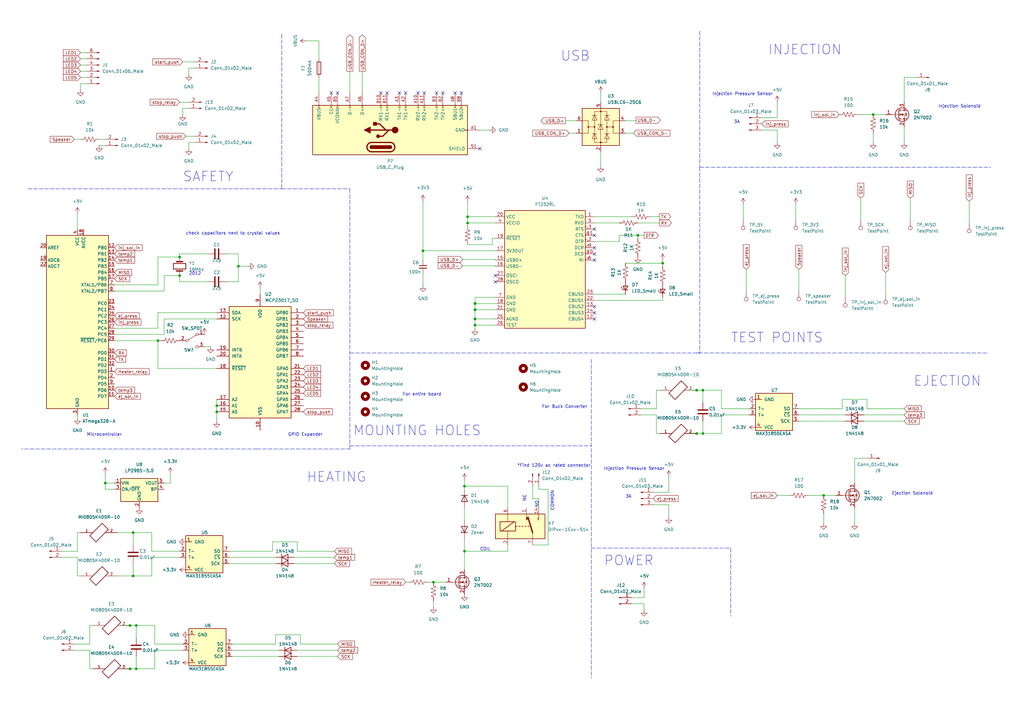
<source format=kicad_sch>
(kicad_sch (version 20211123) (generator eeschema)
  (paper "A3")
  (junction (at 54.61 218.44))
  (junction (at 53.34 274.32))
  (junction (at 190.5 199.39))
  (junction (at 337.82 203.2))
  (junction (at 55.88 274.32))
  (junction (at 43.18 198.12))
  (junction (at 194.818 130.81))
  (junction (at 73.66 113.03))
  (junction (at 97.79 109.22))
  (junction (at 177.8 238.76))
  (junction (at 261.62 96.52))
  (junction (at 271.78 107.95))
  (junction (at 358.14 46.99))
  (junction (at 55.88 256.54))
  (junction (at 194.818 133.35))
  (junction (at 88.9 166.37))
  (junction (at 288.29 160.02))
  (junction (at 190.5 226.06))
  (junction (at 194.8265 127.0555))
  (junction (at 288.29 177.8))
  (junction (at 54.61 236.22))
  (junction (at 73.66 105.41))
  (junction (at 191.77 88.9))
  (junction (at 53.34 256.54))
  (junction (at 64.77 139.7))
  (junction (at 194.8265 124.5155))
  (junction (at 285.75 177.8))
  (junction (at 191.77 91.44))
  (junction (at 194.818 124.46))
  (junction (at 285.75 160.02))
  (junction (at 173.482 102.87))
  (junction (at 88.9 168.91))
  (junction (at 194.818 127))
  (no_connect (at 158.75 38.1))
  (no_connect (at 243.84 125.73))
  (no_connect (at 203.2 113.03))
  (no_connect (at 186.69 38.1))
  (no_connect (at 171.45 38.1))
  (no_connect (at 243.84 93.98))
  (no_connect (at 138.43 38.1))
  (no_connect (at 173.99 38.1))
  (no_connect (at 243.84 101.6))
  (no_connect (at 203.2 115.57))
  (no_connect (at 243.84 130.81))
  (no_connect (at 166.37 38.1))
  (no_connect (at 243.84 104.14))
  (no_connect (at 243.84 128.27))
  (no_connect (at 243.84 96.52))
  (no_connect (at 189.23 38.1))
  (no_connect (at 156.21 38.1))
  (no_connect (at 163.83 38.1))
  (no_connect (at 179.07 38.1))
  (no_connect (at 196.85 60.96))
  (no_connect (at 181.61 38.1))
  (no_connect (at 135.89 38.1))
  (no_connect (at 243.84 106.68))
  (wire (pts (xy 66.04 139.7) (xy 64.77 139.7)))
  (wire (pts (xy 208.28 226.06) (xy 208.28 223.52)))
  (wire (pts (xy 123.19 264.16) (xy 138.43 264.16)))
  (wire (pts (xy 194.8265 124.5155) (xy 203.2085 124.5155)))
  (wire (pts (xy 43.18 194.31) (xy 43.18 198.12)))
  (polyline (pts (xy 270.51 144.78) (xy 405.13 144.78)))
  (wire (pts (xy 189.738 106.426) (xy 203.2 106.426)))
  (wire (pts (xy 62.23 226.06) (xy 73.66 226.06)))
  (wire (pts (xy 113.03 260.35) (xy 123.19 260.35)))
  (wire (pts (xy 262.89 167.64) (xy 269.24 167.64)))
  (wire (pts (xy 295.91 160.02) (xy 288.29 160.02)))
  (wire (pts (xy 88.9 166.37) (xy 88.9 168.91)))
  (wire (pts (xy 67.31 113.03) (xy 67.31 119.38)))
  (wire (pts (xy 288.29 177.8) (xy 288.29 172.72)))
  (wire (pts (xy 177.8 238.76) (xy 182.88 238.76)))
  (wire (pts (xy 67.31 130.81) (xy 67.31 137.16)))
  (polyline (pts (xy 287.02 144.78) (xy 285.75 144.78)))
  (wire (pts (xy 191.77 91.44) (xy 203.2 91.44)))
  (wire (pts (xy 43.18 200.66) (xy 46.99 200.66)))
  (wire (pts (xy 267.97 207.01) (xy 274.32 207.01)))
  (wire (pts (xy 80.01 58.42) (xy 77.47 58.42)))
  (polyline (pts (xy 105.41 184.15) (xy 143.51 184.15)))
  (wire (pts (xy 74.93 44.45) (xy 74.93 46.99)))
  (wire (pts (xy 93.98 231.14) (xy 113.03 231.14)))
  (wire (pts (xy 264.16 241.3) (xy 264.16 245.11)))
  (wire (pts (xy 327.66 170.18) (xy 346.71 170.18)))
  (wire (pts (xy 143.51 29.21) (xy 143.51 38.1)))
  (wire (pts (xy 33.02 21.59) (xy 35.56 21.59)))
  (wire (pts (xy 148.59 29.21) (xy 148.59 38.1)))
  (wire (pts (xy 77.47 58.42) (xy 77.47 60.96)))
  (wire (pts (xy 224.79 200.66) (xy 224.79 223.52)))
  (wire (pts (xy 123.19 260.35) (xy 123.19 264.16)))
  (wire (pts (xy 25.4 228.6) (xy 31.75 228.6)))
  (wire (pts (xy 97.79 109.22) (xy 97.79 104.14)))
  (polyline (pts (xy 105.41 184.15) (xy 8.89 184.15)))
  (wire (pts (xy 243.84 91.44) (xy 254 91.44)))
  (wire (pts (xy 64.77 105.41) (xy 64.77 116.84)))
  (polyline (pts (xy 105.41 77.47) (xy 115.57 77.47)))
  (wire (pts (xy 190.5 208.28) (xy 190.5 213.36)))
  (wire (pts (xy 194.818 130.81) (xy 203.2 130.81)))
  (wire (pts (xy 271.78 123.19) (xy 271.78 121.92)))
  (wire (pts (xy 191.77 91.44) (xy 191.77 92.71)))
  (wire (pts (xy 194.818 127) (xy 194.818 130.81)))
  (wire (pts (xy 33.02 31.75) (xy 35.56 31.75)))
  (polyline (pts (xy 115.57 77.47) (xy 143.51 77.47)))
  (wire (pts (xy 194.818 133.35) (xy 194.818 130.81)))
  (wire (pts (xy 175.26 238.76) (xy 177.8 238.76)))
  (wire (pts (xy 173.482 82.55) (xy 173.482 102.87)))
  (wire (pts (xy 256.54 54.61) (xy 259.842 54.61)))
  (wire (pts (xy 190.5 226.06) (xy 208.28 226.06)))
  (wire (pts (xy 191.77 100.33) (xy 201.93 100.33)))
  (wire (pts (xy 312.42 53.34) (xy 318.77 53.34)))
  (wire (pts (xy 62.23 218.44) (xy 54.61 218.44)))
  (wire (pts (xy 49.53 256.54) (xy 53.34 256.54)))
  (wire (pts (xy 130.81 24.13) (xy 130.81 16.764)))
  (wire (pts (xy 354.33 172.72) (xy 370.84 172.72)))
  (polyline (pts (xy 287.02 12.7) (xy 287.02 68.58)))
  (wire (pts (xy 220.98 200.66) (xy 224.79 200.66)))
  (wire (pts (xy 243.84 88.9) (xy 259.08 88.9)))
  (wire (pts (xy 196.85 53.34) (xy 200.66 53.34)))
  (wire (pts (xy 326.39 83.82) (xy 326.39 90.17)))
  (polyline (pts (xy 242.57 224.79) (xy 299.72 224.79)))
  (wire (pts (xy 355.6 163.83) (xy 355.6 167.64)))
  (wire (pts (xy 92.71 115.57) (xy 97.79 115.57)))
  (wire (pts (xy 101.6 109.22) (xy 97.79 109.22)))
  (wire (pts (xy 246.38 38.1) (xy 246.38 41.91)))
  (wire (pts (xy 54.61 218.44) (xy 54.61 223.52)))
  (wire (pts (xy 363.22 111.76) (xy 363.22 120.65)))
  (wire (pts (xy 254 96.52) (xy 261.62 96.52)))
  (polyline (pts (xy 143.51 77.47) (xy 143.51 184.15)))
  (wire (pts (xy 218.44 204.47) (xy 220.98 204.47)))
  (wire (pts (xy 43.18 198.12) (xy 43.18 200.66)))
  (wire (pts (xy 264.16 247.65) (xy 264.16 250.19)))
  (wire (pts (xy 190.5 196.85) (xy 190.5 199.39)))
  (wire (pts (xy 306.07 110.49) (xy 306.07 119.38)))
  (wire (pts (xy 190.5 226.06) (xy 190.5 233.68)))
  (wire (pts (xy 121.92 226.06) (xy 137.16 226.06)))
  (wire (pts (xy 269.24 167.64) (xy 269.24 160.02)))
  (polyline (pts (xy 287.02 68.58) (xy 287.02 144.78)))
  (wire (pts (xy 271.78 107.95) (xy 271.78 109.22)))
  (wire (pts (xy 350.52 187.96) (xy 355.6 187.96)))
  (wire (pts (xy 63.5 266.7) (xy 74.93 266.7)))
  (wire (pts (xy 95.25 266.7) (xy 114.3 266.7)))
  (wire (pts (xy 67.31 137.16) (xy 46.99 137.16)))
  (wire (pts (xy 40.64 57.15) (xy 43.18 57.15)))
  (wire (pts (xy 97.79 104.14) (xy 92.71 104.14)))
  (wire (pts (xy 254 99.06) (xy 254 96.52)))
  (wire (pts (xy 327.66 167.64) (xy 345.44 167.64)))
  (wire (pts (xy 274.32 207.01) (xy 274.32 212.09)))
  (wire (pts (xy 190.5 220.98) (xy 190.5 226.06)))
  (wire (pts (xy 304.8 83.82) (xy 304.8 90.17)))
  (wire (pts (xy 25.4 226.06) (xy 31.75 226.06)))
  (wire (pts (xy 33.02 29.21) (xy 35.56 29.21)))
  (wire (pts (xy 259.08 247.65) (xy 264.16 247.65)))
  (wire (pts (xy 30.48 266.7) (xy 36.83 266.7)))
  (wire (pts (xy 48.26 236.22) (xy 54.61 236.22)))
  (wire (pts (xy 350.52 198.12) (xy 350.52 187.96)))
  (wire (pts (xy 194.8265 127.0555) (xy 203.2085 127.0555)))
  (wire (pts (xy 295.91 160.02) (xy 295.91 167.64)))
  (wire (pts (xy 208.28 199.39) (xy 208.28 208.28)))
  (wire (pts (xy 350.52 208.28) (xy 350.52 214.63)))
  (wire (pts (xy 46.99 116.84) (xy 64.77 116.84)))
  (wire (pts (xy 63.5 274.32) (xy 63.5 266.7)))
  (polyline (pts (xy 287.02 68.58) (xy 406.4 68.58)))
  (wire (pts (xy 337.82 210.82) (xy 337.82 214.63)))
  (wire (pts (xy 358.14 46.99) (xy 363.22 46.99)))
  (wire (pts (xy 261.62 96.52) (xy 264.16 96.52)))
  (wire (pts (xy 69.85 194.31) (xy 69.85 198.12)))
  (wire (pts (xy 285.75 177.8) (xy 288.29 177.8)))
  (wire (pts (xy 194.818 133.35) (xy 203.2 133.35)))
  (wire (pts (xy 36.83 274.32) (xy 38.1 274.32)))
  (wire (pts (xy 31.75 228.6) (xy 31.75 236.22)))
  (wire (pts (xy 370.84 31.75) (xy 375.92 31.75)))
  (wire (pts (xy 373.38 81.28) (xy 373.38 90.17)))
  (wire (pts (xy 97.79 115.57) (xy 97.79 109.22)))
  (wire (pts (xy 261.62 91.44) (xy 270.51 91.44)))
  (wire (pts (xy 194.818 124.46) (xy 194.818 127)))
  (wire (pts (xy 327.66 110.49) (xy 327.66 119.38)))
  (wire (pts (xy 67.31 113.03) (xy 73.66 113.03)))
  (wire (pts (xy 93.98 228.6) (xy 113.03 228.6)))
  (wire (pts (xy 31.75 226.06) (xy 31.75 218.44)))
  (wire (pts (xy 88.9 130.81) (xy 67.31 130.81)))
  (wire (pts (xy 312.42 48.26) (xy 318.77 48.26)))
  (wire (pts (xy 31.75 236.22) (xy 33.02 236.22)))
  (wire (pts (xy 345.44 167.64) (xy 345.44 163.83)))
  (wire (pts (xy 166.37 238.76) (xy 167.64 238.76)))
  (wire (pts (xy 30.48 57.15) (xy 33.02 57.15)))
  (wire (pts (xy 354.33 170.18) (xy 370.84 170.18)))
  (wire (pts (xy 266.7 88.9) (xy 270.51 88.9)))
  (wire (pts (xy 48.26 218.44) (xy 54.61 218.44)))
  (wire (pts (xy 30.48 264.16) (xy 36.83 264.16)))
  (polyline (pts (xy 242.57 147.32) (xy 242.57 278.13)))
  (wire (pts (xy 203.2085 121.9755) (xy 194.8265 121.9755)))
  (polyline (pts (xy 11.43 77.47) (xy 105.41 77.47)))
  (wire (pts (xy 111.76 226.06) (xy 111.76 222.25)))
  (wire (pts (xy 49.53 274.32) (xy 53.34 274.32)))
  (wire (pts (xy 191.77 82.804) (xy 191.77 88.9)))
  (wire (pts (xy 111.76 222.25) (xy 121.92 222.25)))
  (wire (pts (xy 233.426 54.61) (xy 236.22 54.61)))
  (wire (pts (xy 203.2 106.426) (xy 203.2 106.68)))
  (wire (pts (xy 95.25 269.24) (xy 114.3 269.24)))
  (wire (pts (xy 269.24 170.18) (xy 269.24 177.8)))
  (wire (pts (xy 120.65 228.6) (xy 137.16 228.6)))
  (wire (pts (xy 55.88 274.32) (xy 55.88 269.24)))
  (polyline (pts (xy 299.72 224.79) (xy 299.72 252.73)))
  (wire (pts (xy 33.02 24.13) (xy 35.56 24.13)))
  (polyline (pts (xy 143.51 144.78) (xy 270.51 144.78)))
  (wire (pts (xy 77.47 44.45) (xy 74.93 44.45)))
  (wire (pts (xy 281.94 160.02) (xy 285.75 160.02)))
  (wire (pts (xy 88.9 168.91) (xy 88.9 172.72)))
  (wire (pts (xy 191.77 88.9) (xy 191.77 91.44)))
  (wire (pts (xy 337.82 203.2) (xy 342.9 203.2)))
  (wire (pts (xy 31.75 87.63) (xy 31.75 93.98)))
  (wire (pts (xy 76.2 55.88) (xy 80.01 55.88)))
  (wire (pts (xy 62.23 236.22) (xy 62.23 228.6)))
  (wire (pts (xy 318.77 53.34) (xy 318.77 58.42)))
  (polyline (pts (xy 143.51 182.88) (xy 242.57 182.88)))
  (wire (pts (xy 31.75 171.45) (xy 31.75 170.18)))
  (wire (pts (xy 33.02 34.29) (xy 33.02 36.83)))
  (wire (pts (xy 262.89 170.18) (xy 269.24 170.18)))
  (wire (pts (xy 355.6 167.64) (xy 370.84 167.64)))
  (wire (pts (xy 269.24 160.02) (xy 270.51 160.02)))
  (wire (pts (xy 281.94 177.8) (xy 285.75 177.8)))
  (wire (pts (xy 261.62 96.52) (xy 261.62 97.79)))
  (wire (pts (xy 269.24 177.8) (xy 270.51 177.8)))
  (wire (pts (xy 46.99 139.7) (xy 64.77 139.7)))
  (wire (pts (xy 106.68 118.11) (xy 106.68 120.65)))
  (wire (pts (xy 73.66 113.03) (xy 73.66 115.57)))
  (wire (pts (xy 194.8265 121.9755) (xy 194.818 124.46)))
  (wire (pts (xy 88.9 128.27) (xy 64.77 128.27)))
  (wire (pts (xy 95.25 264.16) (xy 113.03 264.16)))
  (wire (pts (xy 63.5 264.16) (xy 74.93 264.16)))
  (wire (pts (xy 35.56 34.29) (xy 33.02 34.29)))
  (wire (pts (xy 62.23 228.6) (xy 73.66 228.6)))
  (wire (pts (xy 64.77 151.13) (xy 88.9 151.13)))
  (wire (pts (xy 36.83 266.7) (xy 36.83 274.32)))
  (wire (pts (xy 327.66 172.72) (xy 346.71 172.72)))
  (wire (pts (xy 86.36 142.24) (xy 83.82 142.24)))
  (wire (pts (xy 203.2 108.966) (xy 203.2 109.22)))
  (wire (pts (xy 345.44 163.83) (xy 355.6 163.83)))
  (wire (pts (xy 243.84 99.06) (xy 254 99.06)))
  (wire (pts (xy 397.51 82.55) (xy 397.51 91.44)))
  (wire (pts (xy 85.09 104.14) (xy 73.66 104.14)))
  (wire (pts (xy 173.482 112.014) (xy 173.482 117.094)))
  (wire (pts (xy 256.54 49.53) (xy 260.858 49.53)))
  (wire (pts (xy 358.14 54.61) (xy 358.14 58.42)))
  (wire (pts (xy 173.482 102.87) (xy 173.482 106.934)))
  (wire (pts (xy 63.5 256.54) (xy 55.88 256.54)))
  (wire (pts (xy 351.79 46.99) (xy 358.14 46.99)))
  (wire (pts (xy 69.85 198.12) (xy 67.31 198.12)))
  (wire (pts (xy 36.83 264.16) (xy 36.83 256.54)))
  (wire (pts (xy 64.77 105.41) (xy 73.66 105.41)))
  (wire (pts (xy 260.858 49.53) (xy 260.858 49.276)))
  (wire (pts (xy 259.08 245.11) (xy 264.16 245.11)))
  (wire (pts (xy 194.8265 127.0555) (xy 194.818 127)))
  (wire (pts (xy 33.02 26.67) (xy 35.56 26.67)))
  (wire (pts (xy 64.77 151.13) (xy 64.77 139.7)))
  (wire (pts (xy 243.84 120.65) (xy 256.54 120.65)))
  (wire (pts (xy 220.98 204.47) (xy 220.98 208.28)))
  (wire (pts (xy 231.902 49.53) (xy 236.22 49.53)))
  (wire (pts (xy 80.01 27.94) (xy 77.47 27.94)))
  (wire (pts (xy 64.77 134.62) (xy 46.99 134.62)))
  (wire (pts (xy 63.5 256.54) (xy 63.5 264.16)))
  (wire (pts (xy 40.64 59.69) (xy 43.18 59.69)))
  (wire (pts (xy 190.5 199.39) (xy 190.5 200.66)))
  (wire (pts (xy 201.93 97.79) (xy 203.2 97.79)))
  (wire (pts (xy 77.47 27.94) (xy 77.47 30.48)))
  (wire (pts (xy 346.71 113.03) (xy 346.71 121.92)))
  (wire (pts (xy 194.8265 124.5155) (xy 194.818 124.46)))
  (wire (pts (xy 73.66 41.91) (xy 77.47 41.91)))
  (wire (pts (xy 274.32 195.58) (xy 274.32 201.93)))
  (wire (pts (xy 194.818 134.874) (xy 194.818 133.35)))
  (wire (pts (xy 53.34 256.54) (xy 55.88 256.54)))
  (wire (pts (xy 295.91 170.18) (xy 307.34 170.18)))
  (wire (pts (xy 271.78 106.68) (xy 271.78 107.95)))
  (wire (pts (xy 113.03 264.16) (xy 113.03 260.35)))
  (wire (pts (xy 246.38 62.23) (xy 246.38 68.072)))
  (wire (pts (xy 177.8 246.38) (xy 177.8 248.92)))
  (wire (pts (xy 73.66 115.57) (xy 85.09 115.57)))
  (wire (pts (xy 36.83 256.54) (xy 38.1 256.54)))
  (wire (pts (xy 288.29 160.02) (xy 288.29 165.1)))
  (wire (pts (xy 243.84 123.19) (xy 271.78 123.19)))
  (wire (pts (xy 173.482 102.87) (xy 203.2 102.87)))
  (wire (pts (xy 370.84 52.07) (xy 370.84 58.42)))
  (wire (pts (xy 318.77 203.2) (xy 323.85 203.2)))
  (wire (pts (xy 267.97 201.93) (xy 274.32 201.93)))
  (wire (pts (xy 130.81 16.764) (xy 125.73 16.764)))
  (wire (pts (xy 62.23 236.22) (xy 54.61 236.22)))
  (wire (pts (xy 130.81 38.1) (xy 130.81 31.75)))
  (wire (pts (xy 208.28 199.39) (xy 190.5 199.39)))
  (wire (pts (xy 201.93 100.33) (xy 201.93 97.79)))
  (wire (pts (xy 64.77 128.27) (xy 64.77 134.62)))
  (wire (pts (xy 73.66 104.14) (xy 73.66 105.41)))
  (wire (pts (xy 121.92 269.24) (xy 138.43 269.24)))
  (wire (pts (xy 189.738 108.966) (xy 203.2 108.966)))
  (wire (pts (xy 353.06 81.28) (xy 353.06 90.17)))
  (wire (pts (xy 121.92 222.25) (xy 121.92 226.06)))
  (wire (pts (xy 88.9 163.83) (xy 88.9 166.37)))
  (wire (pts (xy 67.31 119.38) (xy 46.99 119.38)))
  (wire (pts (xy 295.91 167.64) (xy 307.34 167.64)))
  (wire (pts (xy 318.77 41.91) (xy 318.77 48.26)))
  (wire (pts (xy 224.79 223.52) (xy 218.44 223.52)))
  (wire (pts (xy 43.18 198.12) (xy 46.99 198.12)))
  (polyline (pts (xy 115.57 13.97) (xy 115.57 77.47)))
  (wire (pts (xy 295.91 177.8) (xy 295.91 170.18)))
  (wire (pts (xy 285.75 160.02) (xy 288.29 160.02)))
  (wire (pts (xy 121.92 266.7) (xy 138.43 266.7)))
  (wire (pts (xy 93.98 226.06) (xy 111.76 226.06)))
  (wire (pts (xy 54.61 236.22) (xy 54.61 231.14)))
  (wire (pts (xy 331.47 203.2) (xy 337.82 203.2)))
  (wire (pts (xy 63.5 274.32) (xy 55.88 274.32)))
  (wire (pts (xy 220.98 199.39) (xy 220.98 200.66)))
  (wire (pts (xy 62.23 218.44) (xy 62.23 226.06)))
  (wire (pts (xy 53.34 274.32) (xy 55.88 274.32)))
  (wire (pts (xy 256.54 107.95) (xy 271.78 107.95)))
  (wire (pts (xy 370.84 41.91) (xy 370.84 31.75)))
  (wire (pts (xy 191.77 88.9) (xy 203.2 88.9)))
  (wire (pts (xy 55.88 256.54) (xy 55.88 261.62)))
  (wire (pts (xy 120.65 231.14) (xy 137.16 231.14)))
  (wire (pts (xy 218.44 199.39) (xy 218.44 204.47)))
  (wire (pts (xy 31.75 218.44) (xy 33.02 218.44)))
  (wire (pts (xy 80.01 25.4) (xy 74.93 25.4)))
  (wire (pts (xy 295.91 177.8) (xy 288.29 177.8)))
  (text "INJECTION" (at 314.96 22.86 0) (effects (font (size 4 4)) (justify left bottom)))
  (text "COMMON" (at 227.33 209.55 90) (effects (font (size 1.27 1.27)) (justify left bottom)))
  (text "Ejection Solenoid\n" (at 365.76 203.2 0) (effects (font (size 1.27 1.27)) (justify left bottom)))
  (text "MOUNTING HOLES" (at 144.78 179.07 0) (effects (font (size 4 4)) (justify left bottom)))
  (text "USB" (at 229.87 25.4 0) (effects (font (size 4 4)) (justify left bottom)))
  (text "Injection Pressure Sensor " (at 292.1 39.37 0) (effects (font (size 1.27 1.27)) (justify left bottom)))
  (text "3A\n" (at 300.99 50.8 0) (effects (font (size 1.27 1.27)) (justify left bottom)))
  (text "COIL" (at 196.85 226.06 0) (effects (font (size 1.27 1.27)) (justify left bottom)))
  (text "Injection Pressure Sensor" (at 247.65 193.04 0) (effects (font (size 1.27 1.27)) (justify left bottom)))
  (text "*Find 120v ac rated connector" (at 212.09 191.77 0) (effects (font (size 1.27 1.27)) (justify left bottom)))
  (text "2012" (at 77.47 113.03 0) (effects (font (size 1.27 1.27)) (justify left bottom)))
  (text "GPIO Expander" (at 118.11 179.07 0) (effects (font (size 1.27 1.27)) (justify left bottom)))
  (text "For entire board\n" (at 165.1 162.56 0) (effects (font (size 1.27 1.27)) (justify left bottom)))
  (text "For Buck Converter\n" (at 222.25 167.64 0) (effects (font (size 1.27 1.27)) (justify left bottom)))
  (text "HEATING" (at 125.73 198.12 0) (effects (font (size 4 4)) (justify left bottom)))
  (text "NC" (at 215.9 205.74 90) (effects (font (size 1.27 1.27)) (justify left bottom)))
  (text "3A\n" (at 256.54 204.47 0) (effects (font (size 1.27 1.27)) (justify left bottom)))
  (text "check capacitors next to crystal values\n" (at 76.2 96.52 0) (effects (font (size 1.27 1.27)) (justify left bottom)))
  (text "Microcontroller\n" (at 35.56 179.07 0) (effects (font (size 1.27 1.27)) (justify left bottom)))
  (text "SAFETY" (at 74.93 74.93 0) (effects (font (size 4 4)) (justify left bottom)))
  (text "EJECTION" (at 374.65 158.75 0) (effects (font (size 4 4)) (justify left bottom)))
  (text "Injection Solenoid" (at 384.81 44.45 0) (effects (font (size 1.27 1.27)) (justify left bottom)))
  (text "TEST POINTS" (at 299.72 140.97 0) (effects (font (size 4 4)) (justify left bottom)))
  (text "POWER" (at 247.65 232.41 0) (effects (font (size 4 4)) (justify left bottom)))
  (text "NO" (at 220.98 208.28 90) (effects (font (size 1.27 1.27)) (justify left bottom)))
  (global_label "USB_CON_D-" (shape input) (at 259.842 54.61 0) (property "Intersheet References" "${INTERSHEET_REFS}" (effects hide)))
  (global_label "Heater_relay" (shape input) (at 166.37 238.76 180) (property "Intersheet References" "${INTERSHEET_REFS}" (effects hide)))
  (global_label "USB_CON_D+" (shape output) (at 148.59 29.21 90) (property "Intersheet References" "${INTERSHEET_REFS}" (effects hide)))
  (global_label "inj_press" (shape input) (at 397.51 82.55 90) (property "Intersheet References" "${INTERSHEET_REFS}" (effects hide)))
  (global_label "USB_D-" (shape output) (at 260.858 49.276 0) (property "Intersheet References" "${INTERSHEET_REFS}" (effects hide)))
  (global_label "stop_relay" (shape input) (at 73.66 41.91 180) (property "Intersheet References" "${INTERSHEET_REFS}" (effects hide)))
  (global_label "ej_press" (shape input) (at 46.99 129.54 0) (property "Intersheet References" "${INTERSHEET_REFS}" (effects hide)))
  (global_label "MISO" (shape input) (at 370.84 167.64 0) (property "Intersheet References" "${INTERSHEET_REFS}" (effects hide)))
  (global_label "TX" (shape output) (at 270.51 88.9 0) (property "Intersheet References" "${INTERSHEET_REFS}" (effects hide)))
  (global_label "SCK" (shape input) (at 138.43 269.24 0) (property "Intersheet References" "${INTERSHEET_REFS}" (effects hide)))
  (global_label "LED5" (shape input) (at 33.02 31.75 180) (property "Intersheet References" "${INTERSHEET_REFS}" (effects hide)))
  (global_label "start_push" (shape input) (at 74.93 25.4 180) (property "Intersheet References" "${INTERSHEET_REFS}" (effects hide)))
  (global_label "ej_press" (shape input) (at 267.97 204.47 0) (property "Intersheet References" "${INTERSHEET_REFS}" (effects hide)))
  (global_label "LED4" (shape input) (at 33.02 29.21 180) (property "Intersheet References" "${INTERSHEET_REFS}" (effects hide)))
  (global_label "SCK" (shape input) (at 370.84 172.72 0) (property "Intersheet References" "${INTERSHEET_REFS}" (effects hide)))
  (global_label "MISO" (shape input) (at 373.38 81.28 90) (property "Intersheet References" "${INTERSHEET_REFS}" (effects hide)))
  (global_label "USB_CON_D+" (shape input) (at 233.426 54.61 180) (property "Intersheet References" "${INTERSHEET_REFS}" (effects hide)))
  (global_label "Speaker" (shape input) (at 30.48 57.15 180) (property "Intersheet References" "${INTERSHEET_REFS}" (effects hide)))
  (global_label "Heater_relay" (shape input) (at 46.99 152.4 0) (property "Intersheet References" "${INTERSHEET_REFS}" (effects hide)))
  (global_label "MISO" (shape input) (at 138.43 264.16 0) (property "Intersheet References" "${INTERSHEET_REFS}" (effects hide)))
  (global_label "inj_press" (shape input) (at 46.99 132.08 0) (property "Intersheet References" "${INTERSHEET_REFS}" (effects hide)))
  (global_label "SCK" (shape input) (at 137.16 231.14 0) (property "Intersheet References" "${INTERSHEET_REFS}" (effects hide)))
  (global_label "stop_push" (shape input) (at 76.2 55.88 180) (property "Intersheet References" "${INTERSHEET_REFS}" (effects hide)))
  (global_label "LED4" (shape input) (at 124.46 158.75 0) (property "Intersheet References" "${INTERSHEET_REFS}" (effects hide)))
  (global_label "temp2" (shape input) (at 138.43 266.7 0) (property "Intersheet References" "${INTERSHEET_REFS}" (effects hide)))
  (global_label "RX" (shape output) (at 270.51 91.44 0) (property "Intersheet References" "${INTERSHEET_REFS}" (effects hide)))
  (global_label "LED3" (shape input) (at 124.46 156.21 0) (property "Intersheet References" "${INTERSHEET_REFS}" (effects hide)))
  (global_label "SCK" (shape input) (at 46.99 114.3 0) (property "Intersheet References" "${INTERSHEET_REFS}" (effects hide)))
  (global_label "ej_press" (shape input) (at 306.07 110.49 90) (property "Intersheet References" "${INTERSHEET_REFS}" (effects hide)))
  (global_label "USB_CON_D-" (shape output) (at 143.51 29.21 90) (property "Intersheet References" "${INTERSHEET_REFS}" (effects hide)))
  (global_label "ej_sol_in" (shape input) (at 46.99 162.56 0) (property "Intersheet References" "${INTERSHEET_REFS}" (effects hide)))
  (global_label "LED5" (shape input) (at 124.46 161.29 0) (property "Intersheet References" "${INTERSHEET_REFS}" (effects hide)))
  (global_label "temp2" (shape input) (at 46.99 104.14 0) (property "Intersheet References" "${INTERSHEET_REFS}" (effects hide)))
  (global_label "Speaker" (shape input) (at 327.66 110.49 90) (property "Intersheet References" "${INTERSHEET_REFS}" (effects hide)))
  (global_label "LED2" (shape input) (at 33.02 24.13 180) (property "Intersheet References" "${INTERSHEET_REFS}" (effects hide)))
  (global_label "Speaker" (shape input) (at 124.46 130.81 0) (property "Intersheet References" "${INTERSHEET_REFS}" (effects hide)))
  (global_label "USB_D+" (shape input) (at 189.738 106.426 180) (property "Intersheet References" "${INTERSHEET_REFS}" (effects hide)))
  (global_label "TX" (shape input) (at 46.99 147.32 0) (property "Intersheet References" "${INTERSHEET_REFS}" (effects hide)))
  (global_label "MISO" (shape input) (at 137.16 226.06 0) (property "Intersheet References" "${INTERSHEET_REFS}" (effects hide)))
  (global_label "LED2" (shape input) (at 124.46 153.67 0) (property "Intersheet References" "${INTERSHEET_REFS}" (effects hide)))
  (global_label "USB_D+" (shape output) (at 231.902 49.53 180) (property "Intersheet References" "${INTERSHEET_REFS}" (effects hide)))
  (global_label "DTR" (shape output) (at 264.16 96.52 0) (property "Intersheet References" "${INTERSHEET_REFS}" (effects hide)))
  (global_label "USB_D-" (shape input) (at 189.738 108.966 180) (property "Intersheet References" "${INTERSHEET_REFS}" (effects hide)))
  (global_label "temp1" (shape input) (at 46.99 106.68 0) (property "Intersheet References" "${INTERSHEET_REFS}" (effects hide)))
  (global_label "MISO" (shape input) (at 46.99 111.76 0) (property "Intersheet References" "${INTERSHEET_REFS}" (effects hide)))
  (global_label "RX" (shape input) (at 46.99 144.78 0) (property "Intersheet References" "${INTERSHEET_REFS}" (effects hide)))
  (global_label "temp1" (shape input) (at 137.16 228.6 0) (property "Intersheet References" "${INTERSHEET_REFS}" (effects hide)))
  (global_label "temp3" (shape input) (at 370.84 170.18 0) (property "Intersheet References" "${INTERSHEET_REFS}" (effects hide)))
  (global_label "temp3" (shape input) (at 46.99 160.02 0) (property "Intersheet References" "${INTERSHEET_REFS}" (effects hide)))
  (global_label "SCK" (shape input) (at 353.06 81.28 90) (property "Intersheet References" "${INTERSHEET_REFS}" (effects hide)))
  (global_label "inj_sol_in" (shape input) (at 346.71 113.03 90) (property "Intersheet References" "${INTERSHEET_REFS}" (effects hide)))
  (global_label "inj_sol_in" (shape input) (at 46.99 101.6 0) (property "Intersheet References" "${INTERSHEET_REFS}" (effects hide)))
  (global_label "start_push" (shape input) (at 124.46 128.27 0) (property "Intersheet References" "${INTERSHEET_REFS}" (effects hide)))
  (global_label "stop_push" (shape input) (at 124.46 168.91 0) (property "Intersheet References" "${INTERSHEET_REFS}" (effects hide)))
  (global_label "LED1" (shape input) (at 124.46 151.13 0) (property "Intersheet References" "${INTERSHEET_REFS}" (effects hide)))
  (global_label "ej_sol_in" (shape input) (at 363.22 111.76 90) (property "Intersheet References" "${INTERSHEET_REFS}" (effects hide)))
  (global_label "LED1" (shape input) (at 33.02 21.59 180) (property "Intersheet References" "${INTERSHEET_REFS}" (effects hide)))
  (global_label "LED3" (shape input) (at 33.02 26.67 180) (property "Intersheet References" "${INTERSHEET_REFS}" (effects hide)))
  (global_label "inj_press" (shape input) (at 312.42 50.8 0) (property "Intersheet References" "${INTERSHEET_REFS}" (effects hide)))
  (global_label "ej_sol_in" (shape input) (at 318.77 203.2 180) (property "Intersheet References" "${INTERSHEET_REFS}" (effects hide)))
  (global_label "inj_sol_in" (shape input) (at 344.17 46.99 180) (property "Intersheet References" "${INTERSHEET_REFS}" (effects hide)))
  (global_label "stop_relay" (shape input) (at 124.46 133.35 0) (property "Intersheet References" "${INTERSHEET_REFS}" (effects hide)))
  (symbol (lib_id "power:GND") (at 194.818 134.874 0) (unit 1)
    (property "Reference" "#PWR?" (effects hide))
    (property "Value" "GND" (at 194.818 139.446 0))
  )
  (symbol (lib_id "MI0805K400R-10:MI0805K400R-10") (at 40.64 236.22 0) (unit 1)
    (property "Reference" "E2" (at 40.64 227.33 0))
    (property "Value" "MI0805K400R-10" (at 40.64 229.87 0))
    (property "Footprint" "MI0805K400R-10:FB_MI0805K400R-10" (effects hide))
    (property "MF" "Laird-Signal Integrity Products" (effects hide))
    (property "MAXIMUM_PACKAGE_HEIGHT" "1.1 mm" (effects hide))
    (property "Package" "0805 Laird" (effects hide))
    (property "Price" "None" (effects hide))
    (property "Check_prices" "https://www.snapeda.com/parts/MI0805K400R-10/Laird/view-part/?ref=eda" (effects hide))
    (property "STANDARD" "Manufacturer Recommendations" (effects hide))
    (property "SnapEDA_Link" "https://www.snapeda.com/parts/MI0805K400R-10/Laird/view-part/?ref=snap" (effects hide))
    (property "MP" "MI0805K400R-10" (effects hide))
    (property "Purchase-URL" "https://www.snapeda.com/api/url_track_click_mouser/?unipart_id=6338992&manufacturer=Laird-Signal Integrity Products&part_name=MI0805K400R-10&search_term=None" (effects hide))
    (property "Description" "\nEMI Ferrite Chip Bead, 0805, 1500MA, 40 Ohms @100MHz, DCR Max 0.050Ohm | Laird Performance Materials MI0805K400R-10\n" (effects hide))
    (property "Availability" "In Stock" (effects hide))
    (property "MANUFACTURER" "Laird" (effects hide))
  )
  (symbol (lib_id "Connector:TestPoint") (at 397.51 91.44 180) (unit 1)
    (property "Reference" "TP_inj_press" (at 400.05 93.4719 0) (effects (justify right)))
    (property "Value" "TestPoint" (at 400.05 96.0119 0) (effects (justify right)))
    (property "Footprint" "TestPoint:TestPoint_Loop_D1.80mm_Drill1.0mm_Beaded" (effects hide))
  )
  (symbol (lib_id "Device:R_US") (at 261.62 101.6 180) (unit 1)
    (property "Reference" "R12" (at 256.54 101.6 90))
    (property "Value" "1K" (at 259.08 101.6 90))
    (property "Footprint" "Resistor_SMD:R_0805_2012Metric" (effects hide))
  )
  (symbol (lib_id "power:VBUS") (at 246.38 38.1 0) (unit 1)
    (property "Reference" "#PWR?" (effects hide))
    (property "Value" "VBUS" (at 246.38 33.528 0))
  )
  (symbol (lib_id "Connector:TestPoint") (at 304.8 90.17 180) (unit 1)
    (property "Reference" "TP_5V" (at 307.34 92.2019 0) (effects (justify right)))
    (property "Value" "TestPoint" (at 307.34 94.7419 0) (effects (justify right)))
    (property "Footprint" "TestPoint:TestPoint_Loop_D1.80mm_Drill1.0mm_Beaded" (effects hide))
  )
  (symbol (lib_id "Diode:1N4148") (at 350.52 170.18 0) (unit 1)
    (property "Reference" "D7" (at 350.52 165.1 0))
    (property "Value" "1N4148" (at 350.52 167.64 0))
    (property "Footprint" "Diode_THT:D_DO-35_SOD27_P7.62mm_Horizontal" (effects hide))
    (property "Datasheet" "https://assets.nexperia.com/documents/data-sheet/1N4148_1N4448.pdf" (effects hide))
  )
  (symbol (lib_id "power:+5V") (at 264.16 241.3 0) (unit 1)
    (property "Reference" "#PWR?" (effects hide))
    (property "Value" "+5V" (at 264.16 236.22 0))
  )
  (symbol (lib_id "power:GND") (at 350.52 214.63 0) (unit 1)
    (property "Reference" "#PWR?" (effects hide))
    (property "Value" "GND" (at 350.52 219.71 0))
  )
  (symbol (lib_id "power:GND") (at 77.47 30.48 0) (unit 1)
    (property "Reference" "#PWR?" (effects hide))
    (property "Value" "GND" (at 77.47 35.56 0))
  )
  (symbol (lib_id "power:GND") (at 77.47 260.35 270) (unit 1)
    (property "Reference" "#PWR?" (effects hide))
    (property "Value" "GND" (at 73.66 260.3499 90) (effects (justify right)))
  )
  (symbol (lib_id "MI0805K400R-10:MI0805K400R-10") (at 40.64 218.44 0) (unit 1)
    (property "Reference" "E1" (at 40.64 209.55 0))
    (property "Value" "MI0805K400R-10" (at 40.64 212.09 0))
    (property "Footprint" "MI0805K400R-10:FB_MI0805K400R-10" (effects hide))
    (property "MF" "Laird-Signal Integrity Products" (effects hide))
    (property "MAXIMUM_PACKAGE_HEIGHT" "1.1 mm" (effects hide))
    (property "Package" "0805 Laird" (effects hide))
    (property "Price" "None" (effects hide))
    (property "Check_prices" "https://www.snapeda.com/parts/MI0805K400R-10/Laird/view-part/?ref=eda" (effects hide))
    (property "STANDARD" "Manufacturer Recommendations" (effects hide))
    (property "SnapEDA_Link" "https://www.snapeda.com/parts/MI0805K400R-10/Laird/view-part/?ref=snap" (effects hide))
    (property "MP" "MI0805K400R-10" (effects hide))
    (property "Purchase-URL" "https://www.snapeda.com/api/url_track_click_mouser/?unipart_id=6338992&manufacturer=Laird-Signal Integrity Products&part_name=MI0805K400R-10&search_term=None" (effects hide))
    (property "Description" "\nEMI Ferrite Chip Bead, 0805, 1500MA, 40 Ohms @100MHz, DCR Max 0.050Ohm | Laird Performance Materials MI0805K400R-10\n" (effects hide))
    (property "Availability" "In Stock" (effects hide))
    (property "MANUFACTURER" "Laird" (effects hide))
  )
  (symbol (lib_id "Device:C") (at 288.29 168.91 0) (unit 1)
    (property "Reference" "C5" (at 290.83 167.64 0) (effects (justify left)))
    (property "Value" "0.01uF" (at 290.83 170.18 0) (effects (justify left)))
    (property "Footprint" "Capacitor_SMD:C_0805_2012Metric" (effects hide))
  )
  (symbol (lib_id "Power_Protection:USBLC6-2SC6") (at 246.38 52.07 0) (unit 1)
    (property "Reference" "U3" (at 249.1487 39.37 0) (effects (justify left)))
    (property "Value" "USBLC6-2SC6" (at 249.1487 41.91 0) (effects (justify left)))
    (property "Footprint" "Package_TO_SOT_SMD:SOT-23-6" (effects hide))
    (property "Datasheet" "https://www.st.com/resource/en/datasheet/usblc6-2.pdf" (effects hide))
  )
  (symbol (lib_name "+3.3V_1") (lib_id "power:+3.3V") (at 326.39 83.82 0) (unit 1)
    (property "Reference" "#PWR?" (effects hide))
    (property "Value" "+3.3V" (at 326.39 78.74 0))
  )
  (symbol (lib_id "Diode:1N4148") (at 116.84 228.6 0) (unit 1)
    (property "Reference" "D3" (at 116.84 223.52 0))
    (property "Value" "1N4148" (at 116.84 226.06 0))
    (property "Footprint" "Diode_THT:D_DO-35_SOD27_P7.62mm_Horizontal" (effects hide))
    (property "Datasheet" "https://assets.nexperia.com/documents/data-sheet/1N4148_1N4448.pdf" (effects hide))
  )
  (symbol (lib_id "power:GND") (at 177.8 248.92 0) (unit 1)
    (property "Reference" "#PWR?" (effects hide))
    (property "Value" "GND" (at 177.8 254 0))
  )
  (symbol (lib_id "MI0805K400R-10:MI0805K400R-10") (at 45.72 256.54 0) (unit 1)
    (property "Reference" "E3" (at 45.72 247.65 0))
    (property "Value" "MI0805K400R-10" (at 45.72 250.19 0))
    (property "Footprint" "MI0805K400R-10:FB_MI0805K400R-10" (effects hide))
    (property "MF" "Laird-Signal Integrity Products" (effects hide))
    (property "MAXIMUM_PACKAGE_HEIGHT" "1.1 mm" (effects hide))
    (property "Package" "0805 Laird" (effects hide))
    (property "Price" "None" (effects hide))
    (property "Check_prices" "https://www.snapeda.com/parts/MI0805K400R-10/Laird/view-part/?ref=eda" (effects hide))
    (property "STANDARD" "Manufacturer Recommendations" (effects hide))
    (property "SnapEDA_Link" "https://www.snapeda.com/parts/MI0805K400R-10/Laird/view-part/?ref=snap" (effects hide))
    (property "MP" "MI0805K400R-10" (effects hide))
    (property "Purchase-URL" "https://www.snapeda.com/api/url_track_click_mouser/?unipart_id=6338992&manufacturer=Laird-Signal Integrity Products&part_name=MI0805K400R-10&search_term=None" (effects hide))
    (property "Description" "\nEMI Ferrite Chip Bead, 0805, 1500MA, 40 Ohms @100MHz, DCR Max 0.050Ohm | Laird Performance Materials MI0805K400R-10\n" (effects hide))
    (property "Availability" "In Stock" (effects hide))
    (property "MANUFACTURER" "Laird" (effects hide))
  )
  (symbol (lib_id "Switch:SW_SPDT") (at 78.74 139.7 0) (unit 1)
    (property "Reference" "SW?" (at 77.47 143.51 0))
    (property "Value" "SW_SPDT" (at 78.74 134.62 0))
    (property "Footprint" "Button_Switch_SMD:SW_SPDT_PCM12" (effects hide))
  )
  (symbol (lib_id "MI0805K400R-10:MI0805K400R-10") (at 45.72 274.32 0) (unit 1)
    (property "Reference" "E4" (at 45.72 265.43 0))
    (property "Value" "MI0805K400R-10" (at 45.72 267.97 0))
    (property "Footprint" "MI0805K400R-10:FB_MI0805K400R-10" (effects hide))
    (property "MF" "Laird-Signal Integrity Products" (effects hide))
    (property "MAXIMUM_PACKAGE_HEIGHT" "1.1 mm" (effects hide))
    (property "Package" "0805 Laird" (effects hide))
    (property "Price" "None" (effects hide))
    (property "Check_prices" "https://www.snapeda.com/parts/MI0805K400R-10/Laird/view-part/?ref=eda" (effects hide))
    (property "STANDARD" "Manufacturer Recommendations" (effects hide))
    (property "SnapEDA_Link" "https://www.snapeda.com/parts/MI0805K400R-10/Laird/view-part/?ref=snap" (effects hide))
    (property "MP" "MI0805K400R-10" (effects hide))
    (property "Purchase-URL" "https://www.snapeda.com/api/url_track_click_mouser/?unipart_id=6338992&manufacturer=Laird-Signal Integrity Products&part_name=MI0805K400R-10&search_term=None" (effects hide))
    (property "Description" "\nEMI Ferrite Chip Bead, 0805, 1500MA, 40 Ohms @100MHz, DCR Max 0.050Ohm | Laird Performance Materials MI0805K400R-10\n" (effects hide))
    (property "Availability" "In Stock" (effects hide))
    (property "MANUFACTURER" "Laird" (effects hide))
  )
  (symbol (lib_id "Device:R_US") (at 347.98 46.99 270) (unit 1)
    (property "Reference" "R15" (at 347.98 40.64 90))
    (property "Value" "100" (at 347.98 43.18 90))
    (property "Footprint" "Resistor_SMD:R_0805_2012Metric" (effects hide))
  )
  (symbol (lib_id "power:GND") (at 261.62 105.41 0) (unit 1)
    (property "Reference" "#PWR?" (effects hide))
    (property "Value" "GND" (at 261.62 110.49 0))
  )
  (symbol (lib_id "Connector:Conn_01x06_Male") (at 40.64 29.21 180) (unit 1)
    (property "Reference" "J1" (at 41.91 26.6699 0) (effects (justify right)))
    (property "Value" "Conn_01x06_Male" (at 41.91 29.2099 0) (effects (justify right)))
    (property "Footprint" "Connector_JST:JST_XH_B6B-XH-AM_1x06_P2.50mm_Vertical" (effects hide))
  )
  (symbol (lib_id "power:GND") (at 101.6 109.22 90) (unit 1)
    (property "Reference" "#PWR?" (effects hide))
    (property "Value" "GND" (at 105.41 109.2199 90) (effects (justify right)))
  )
  (symbol (lib_id "Device:R_US") (at 358.14 50.8 180) (unit 1)
    (property "Reference" "R16" (at 360.68 49.5299 0) (effects (justify right)))
    (property "Value" "10k" (at 360.68 52.0699 0) (effects (justify right)))
    (property "Footprint" "Resistor_SMD:R_0805_2012Metric" (effects hide))
  )
  (symbol (lib_id "Device:R_US") (at 257.81 91.44 270) (unit 1)
    (property "Reference" "R11" (at 257.81 96.52 90))
    (property "Value" "1K" (at 257.81 93.98 90))
    (property "Footprint" "Resistor_SMD:R_0805_2012Metric" (effects hide))
  )
  (symbol (lib_id "Connector:Conn_01x02_Male") (at 20.32 226.06 0) (unit 1)
    (property "Reference" "J5" (at 20.955 220.98 0))
    (property "Value" "Conn_01x02_Male" (at 20.955 223.52 0))
    (property "Footprint" "Connector_JST:JST_XH_B2B-XH-AM_1x02_P2.50mm_Vertical" (effects hide))
  )
  (symbol (lib_id "power:+3.3V") (at 77.47 271.78 90) (unit 1)
    (property "Reference" "#PWR?" (effects hide))
    (property "Value" "+3.3V" (at 73.66 271.7799 90) (effects (justify left)))
  )
  (symbol (lib_id "Device:R_US") (at 69.85 139.7 270) (unit 1)
    (property "Reference" "R2" (at 69.85 133.35 90))
    (property "Value" "10k" (at 69.85 135.89 90))
    (property "Footprint" "Resistor_SMD:R_0805_2012Metric" (effects hide))
  )
  (symbol (lib_id "power:+5V") (at 43.18 194.31 0) (unit 1)
    (property "Reference" "#PWR?" (effects hide))
    (property "Value" "+5V" (at 43.18 189.23 0))
  )
  (symbol (lib_id "power:GND") (at 31.75 171.45 0) (unit 1)
    (property "Reference" "#PWR?" (effects hide))
    (property "Value" "GND" (at 31.75 176.53 0))
  )
  (symbol (lib_id "Connector:Conn_01x02_Male") (at 82.55 44.45 180) (unit 1)
    (property "Reference" "J13" (at 83.82 41.9099 0) (effects (justify right)))
    (property "Value" "Conn_01x02_Male" (at 83.82 44.4499 0) (effects (justify right)))
    (property "Footprint" "Connector_JST:JST_XH_B2B-XH-AM_1x02_P2.50mm_Vertical" (effects hide))
  )
  (symbol (lib_id "Device:LED_Small") (at 271.78 119.38 90) (unit 1)
    (property "Reference" "D8" (at 274.32 118.0464 90) (effects (justify right)))
    (property "Value" "LED_Small" (at 274.32 120.5864 90) (effects (justify right)))
    (property "Footprint" "LED_SMD:LED_0805_2012Metric" (effects hide))
  )
  (symbol (lib_id "Device:C_Small") (at 173.482 109.474 0) (unit 1)
    (property "Reference" "C6" (at 169.164 107.696 0) (effects (justify left)))
    (property "Value" "100n" (at 167.64 111.506 0) (effects (justify left)))
    (property "Footprint" "Capacitor_SMD:C_0805_2012Metric" (effects hide))
  )
  (symbol (lib_id "power:+5V") (at 83.82 137.16 0) (unit 1)
    (property "Reference" "#PWR?" (effects hide))
    (property "Value" "+5V" (at 83.82 132.08 0))
  )
  (symbol (lib_id "Mechanical:MountingHole") (at 149.86 149.86 0) (unit 1)
    (property "Reference" "H1" (at 152.4 148.5899 0) (effects (justify left)))
    (property "Value" "MountingHole" (at 152.4 151.1299 0) (effects (justify left)))
    (property "Footprint" "MountingHole:MountingHole_3.2mm_M3" (effects hide))
  )
  (symbol (lib_id "Transistor_FET:2N7002") (at 187.96 238.76 0) (unit 1)
    (property "Reference" "Q3" (at 194.31 237.4899 0) (effects (justify left)))
    (property "Value" "2N7002" (at 194.31 240.0299 0) (effects (justify left)))
    (property "Footprint" "Package_TO_SOT_SMD:SOT-23" (effects hide))
    (property "Datasheet" "https://www.onsemi.com/pub/Collateral/NDS7002A-D.PDF" (effects hide))
  )
  (symbol (lib_id "power:GND") (at 309.88 163.83 270) (unit 1)
    (property "Reference" "#PWR?" (effects hide))
    (property "Value" "GND" (at 306.07 163.8299 90) (effects (justify right)))
  )
  (symbol (lib_id "power:GND") (at 33.02 36.83 0) (unit 1)
    (property "Reference" "#PWR?" (effects hide))
    (property "Value" "GND" (at 33.02 41.91 0))
  )
  (symbol (lib_id "Mechanical:MountingHole") (at 214.63 158.75 0) (unit 1)
    (property "Reference" "H6" (at 217.17 157.4799 0) (effects (justify left)))
    (property "Value" "MountingHole" (at 217.17 160.0199 0) (effects (justify left)))
    (property "Footprint" "MountingHole:MountingHole_3.2mm_M3" (effects hide))
  )
  (symbol (lib_id "power:GND") (at 246.38 68.072 0) (unit 1)
    (property "Reference" "#PWR?" (effects hide))
    (property "Value" "GND" (at 246.38 73.66 0))
  )
  (symbol (lib_id "Device:Crystal") (at 73.66 109.22 90) (unit 1)
    (property "Reference" "Y1" (at 77.47 107.9499 90) (effects (justify right)))
    (property "Value" "16Mhz" (at 77.47 110.4899 90) (effects (justify right)))
    (property "Footprint" "Crystal:Crystal_SMD_2012-2Pin_2.0x1.2mm" (effects hide))
  )
  (symbol (lib_id "power:+5V") (at 304.8 83.82 0) (unit 1)
    (property "Reference" "#PWR?" (effects hide))
    (property "Value" "+5V" (at 304.8 78.74 0))
  )
  (symbol (lib_id "Connector:Conn_01x02_Male") (at 48.26 59.69 180) (unit 1)
    (property "Reference" "J3" (at 49.53 57.1499 0) (effects (justify right)))
    (property "Value" "Conn_01x02_Male" (at 49.53 59.6899 0) (effects (justify right)))
    (property "Footprint" "Connector_JST:JST_XH_B2B-XH-AM_1x02_P2.50mm_Vertical" (effects hide))
  )
  (symbol (lib_id "Device:R_US") (at 271.78 113.03 180) (unit 1)
    (property "Reference" "R14" (at 266.7 113.03 90))
    (property "Value" "1K" (at 269.24 113.03 90))
    (property "Footprint" "Resistor_SMD:R_0805_2012Metric" (effects hide))
  )
  (symbol (lib_id "Sensor_Temperature:MAX31855EASA") (at 83.82 227.33 0) (unit 1)
    (property "Reference" "U5" (at 82.55 218.44 0) (effects (justify left)))
    (property "Value" "MAX31855EASA" (at 76.2 236.22 0) (effects (justify left)))
    (property "Footprint" "Package_SO:SOIC-8_3.9x4.9mm_P1.27mm" (effects hide))
    (property "Datasheet" "http://datasheets.maximintegrated.com/en/ds/MAX31855.pdf" (effects hide))
  )
  (symbol (lib_id "Connector:TestPoint") (at 306.07 119.38 180) (unit 1)
    (property "Reference" "TP_ej_press" (at 308.61 121.4119 0) (effects (justify right)))
    (property "Value" "TestPoint" (at 308.61 123.9519 0) (effects (justify right)))
    (property "Footprint" "TestPoint:TestPoint_Loop_D1.80mm_Drill1.0mm_Beaded" (effects hide))
  )
  (symbol (lib_id "Diode:1N4148") (at 118.11 266.7 0) (unit 1)
    (property "Reference" "D5" (at 118.11 261.62 0))
    (property "Value" "1N4148" (at 118.11 264.16 0))
    (property "Footprint" "Diode_THT:D_DO-35_SOD27_P7.62mm_Horizontal" (effects hide))
    (property "Datasheet" "https://assets.nexperia.com/documents/data-sheet/1N4148_1N4448.pdf" (effects hide))
  )
  (symbol (lib_id "Device:R_US") (at 36.83 57.15 270) (unit 1)
    (property "Reference" "R1" (at 36.83 50.8 90))
    (property "Value" "10k" (at 36.83 53.34 90))
    (property "Footprint" "Resistor_SMD:R_0805_2012Metric" (effects hide))
  )
  (symbol (lib_id "power:GND") (at 337.82 214.63 0) (unit 1)
    (property "Reference" "#PWR?" (effects hide))
    (property "Value" "GND" (at 337.82 219.71 0))
  )
  (symbol (lib_id "Diode:1N4148") (at 190.5 204.47 270) (unit 1)
    (property "Reference" "D1" (at 193.04 203.1999 90) (effects (justify left)))
    (property "Value" "1N4148" (at 193.04 205.7399 90) (effects (justify left)))
    (property "Footprint" "Diode_SMD:D_0805_2012Metric" (effects hide))
    (property "Datasheet" "https://assets.nexperia.com/documents/data-sheet/1N4148_1N4448.pdf" (effects hide))
  )
  (symbol (lib_id "Connector:Conn_01x03_Male") (at 262.89 204.47 0) (unit 1)
    (property "Reference" "J11" (at 263.525 196.85 0))
    (property "Value" "Conn_01x03_Male" (at 263.525 199.39 0))
    (property "Footprint" "Connector_JST:JST_XH_B3B-XH-AM_1x03_P2.50mm_Vertical" (effects hide))
  )
  (symbol (lib_id "Mechanical:MountingHole") (at 149.86 156.21 0) (unit 1)
    (property "Reference" "H2" (at 152.4 154.9399 0) (effects (justify left)))
    (property "Value" "MountingHole" (at 152.4 157.4799 0) (effects (justify left)))
    (property "Footprint" "MountingHole:MountingHole_3.2mm_M3" (effects hide))
  )
  (symbol (lib_id "Interface_USB:FT232RL") (at 223.52 113.03 0) (unit 1)
    (property "Reference" "U4" (at 223.52 81.28 0))
    (property "Value" "FT232RL" (at 223.52 83.82 0))
    (property "Footprint" "Package_SO:SSOP-28_5.3x10.2mm_P0.65mm" (effects hide))
    (property "Datasheet" "https://www.ftdichip.com/Support/Documents/DataSheets/ICs/DS_FT232R.pdf" (effects hide))
  )
  (symbol (lib_id "Interface_Expansion:MCP23017_SO") (at 106.68 148.59 0) (unit 1)
    (property "Reference" "U2" (at 108.6994 120.65 0) (effects (justify left)))
    (property "Value" "MCP23017_SO" (at 108.6994 123.19 0) (effects (justify left)))
    (property "Footprint" "Package_SO:SOIC-28W_7.5x17.9mm_P1.27mm" (effects hide))
    (property "Datasheet" "http://ww1.microchip.com/downloads/en/DeviceDoc/20001952C.pdf" (effects hide))
  )
  (symbol (lib_id "Connector:TestPoint") (at 327.66 119.38 180) (unit 1)
    (property "Reference" "TP_speaker" (at 330.2 121.4119 0) (effects (justify right)))
    (property "Value" "TestPoint" (at 330.2 123.9519 0) (effects (justify right)))
    (property "Footprint" "TestPoint:TestPoint_Loop_D1.80mm_Drill1.0mm_Beaded" (effects hide))
  )
  (symbol (lib_id "Relay:DIPxx-1Cxx-51x") (at 213.36 215.9 0) (unit 1)
    (property "Reference" "K?" (at 224.79 214.6299 0) (effects (justify left)))
    (property "Value" "DIPxx-1Cxx-51x" (at 224.79 217.1699 0) (effects (justify left)))
    (property "Footprint" "Relay_THT:Relay_StandexMeder_DIP_LowProfile" (effects hide))
    (property "Datasheet" "https://standexelectronics.com/wp-content/uploads/datasheet_reed_relay_DIP.pdf" (effects hide))
  )
  (symbol (lib_id "power:GND") (at 57.15 208.28 0) (unit 1)
    (property "Reference" "#PWR?" (effects hide))
    (property "Value" "GND" (at 57.15 213.36 0))
  )
  (symbol (lib_id "power:GND") (at 190.5 243.84 0) (unit 1)
    (property "Reference" "#PWR?" (effects hide))
    (property "Value" "GND" (at 190.5 248.92 0))
  )
  (symbol (lib_id "power:+5V") (at 271.78 106.68 0) (unit 1)
    (property "Reference" "#PWR?" (effects hide))
    (property "Value" "+5V" (at 271.78 101.6 0))
  )
  (symbol (lib_id "power:GND") (at 40.64 59.69 0) (unit 1)
    (property "Reference" "#PWR?" (effects hide))
    (property "Value" "GND" (at 40.64 64.77 0))
  )
  (symbol (lib_id "power:GND") (at 77.47 60.96 0) (unit 1)
    (property "Reference" "#PWR?" (effects hide))
    (property "Value" "GND" (at 77.47 66.04 0))
  )
  (symbol (lib_id "Connector:Conn_01x03_Male") (at 307.34 50.8 0) (unit 1)
    (property "Reference" "J7" (at 307.975 43.18 0))
    (property "Value" "Conn_01x03_Male" (at 307.975 45.72 0))
    (property "Footprint" "Connector_JST:JST_XH_B3B-XH-AM_1x03_P2.50mm_Vertical" (effects hide))
  )
  (symbol (lib_id "power:+5V") (at 191.77 82.804 0) (unit 1)
    (property "Reference" "#PWR?" (effects hide))
    (property "Value" "+5V" (at 191.77 77.216 0))
  )
  (symbol (lib_id "Device:LED_Small") (at 256.54 118.11 90) (unit 1)
    (property "Reference" "D7" (at 259.08 116.7764 90) (effects (justify right)))
    (property "Value" "LED_Small" (at 259.08 119.3164 90) (effects (justify right)))
    (property "Footprint" "LED_SMD:LED_0805_2012Metric" (effects hide))
  )
  (symbol (lib_id "Device:R_US") (at 256.54 111.76 180) (unit 1)
    (property "Reference" "R13" (at 251.46 111.76 90))
    (property "Value" "1K" (at 254 111.76 90))
    (property "Footprint" "Resistor_SMD:R_0805_2012Metric" (effects hide))
  )
  (symbol (lib_id "power:GND") (at 370.84 58.42 0) (unit 1)
    (property "Reference" "#PWR?" (effects hide))
    (property "Value" "GND" (at 370.84 63.5 0))
  )
  (symbol (lib_id "MCU_Microchip_ATmega:ATmega328-A") (at 31.75 132.08 0) (unit 1)
    (property "Reference" "U1" (at 33.7694 170.18 0) (effects (justify left)))
    (property "Value" "ATmega328-A" (at 33.7694 172.72 0) (effects (justify left)))
    (property "Footprint" "Package_QFP:TQFP-32_7x7mm_P0.8mm" (effects hide))
    (property "Datasheet" "http://ww1.microchip.com/downloads/en/DeviceDoc/ATmega328_P%20AVR%20MCU%20with%20picoPower%20Technology%20Data%20Sheet%2040001984A.pdf" (effects hide))
  )
  (symbol (lib_id "Diode:1N4148") (at 350.52 172.72 0) (unit 1)
    (property "Reference" "D8" (at 350.52 175.26 0))
    (property "Value" "1N4148" (at 350.52 177.8 0))
    (property "Footprint" "Diode_THT:D_DO-35_SOD27_P7.62mm_Horizontal" (effects hide))
    (property "Datasheet" "https://assets.nexperia.com/documents/data-sheet/1N4148_1N4448.pdf" (effects hide))
  )
  (symbol (lib_id "Connector:Conn_01x01_Male") (at 381 31.75 180) (unit 1)
    (property "Reference" "J8" (at 380.365 36.83 0))
    (property "Value" "Conn_01x01_Male" (at 380.365 34.29 0))
    (property "Footprint" "Connector_JST:JST_XH_B1B-XH-AM_1x01_P2.50mm_Vertical" (effects hide))
  )
  (symbol (lib_id "power:GND") (at 173.482 117.094 0) (unit 1)
    (property "Reference" "#PWR?" (effects hide))
    (property "Value" "GND" (at 173.482 122.428 0))
  )
  (symbol (lib_id "Connector:TestPoint") (at 363.22 120.65 180) (unit 1)
    (property "Reference" "TP_ej_sol_in" (at 365.76 122.6819 0) (effects (justify right)))
    (property "Value" "TestPoint" (at 365.76 125.2219 0) (effects (justify right)))
    (property "Footprint" "TestPoint:TestPoint_Loop_D1.80mm_Drill1.0mm_Beaded" (effects hide))
  )
  (symbol (lib_id "Mechanical:MountingHole") (at 149.86 162.56 0) (unit 1)
    (property "Reference" "H3" (at 152.4 161.2899 0) (effects (justify left)))
    (property "Value" "MountingHole" (at 152.4 163.8299 0) (effects (justify left)))
    (property "Footprint" "MountingHole:MountingHole_3.2mm_M3" (effects hide))
  )
  (symbol (lib_id "Sensor_Temperature:MAX31855EASA") (at 317.5 168.91 0) (unit 1)
    (property "Reference" "U7" (at 316.23 160.02 0) (effects (justify left)))
    (property "Value" "MAX31855EASA" (at 309.88 177.8 0) (effects (justify left)))
    (property "Footprint" "Package_SO:SOIC-8_3.9x4.9mm_P1.27mm" (effects hide))
    (property "Datasheet" "http://datasheets.maximintegrated.com/en/ds/MAX31855.pdf" (effects hide))
  )
  (symbol (lib_id "Device:C") (at 54.61 227.33 0) (unit 1)
    (property "Reference" "C3" (at 57.15 226.06 0) (effects (justify left)))
    (property "Value" "0.01uF" (at 57.15 228.6 0) (effects (justify left)))
    (property "Footprint" "Capacitor_SMD:C_0805_2012Metric" (effects hide))
  )
  (symbol (lib_id "power:+5V") (at 190.5 196.85 0) (unit 1)
    (property "Reference" "#PWR?" (effects hide))
    (property "Value" "+5V" (at 190.5 191.77 0))
  )
  (symbol (lib_id "Connector:Conn_01x02_Male") (at 85.09 27.94 180) (unit 1)
    (property "Reference" "J2" (at 86.36 25.3999 0) (effects (justify right)))
    (property "Value" "Conn_01x02_Male" (at 86.36 27.9399 0) (effects (justify right)))
    (property "Footprint" "Connector_JST:JST_XH_B2B-XH-AM_1x02_P2.50mm_Vertical" (effects hide))
  )
  (symbol (lib_id "power:GND") (at 264.16 250.19 0) (unit 1)
    (property "Reference" "#PWR?" (effects hide))
    (property "Value" "GND" (at 264.16 255.27 0))
  )
  (symbol (lib_id "Connector:USB_C_Plug") (at 156.21 53.34 90) (unit 1)
    (property "Reference" "P?" (at 160.02 66.04 90))
    (property "Value" "USB_C_Plug" (at 160.02 68.58 90))
    (property "Datasheet" "https://www.usb.org/sites/default/files/documents/usb_type-c.zip" (effects hide))
  )
  (symbol (lib_id "Connector:Conn_01x02_Male") (at 85.09 58.42 180) (unit 1)
    (property "Reference" "J4" (at 86.36 55.8799 0) (effects (justify right)))
    (property "Value" "Conn_01x02_Male" (at 86.36 58.4199 0) (effects (justify right)))
    (property "Footprint" "Connector_JST:JST_XH_B2B-XH-AM_1x02_P2.50mm_Vertical" (effects hide))
  )
  (symbol (lib_id "Connector:TestPoint") (at 353.06 90.17 180) (unit 1)
    (property "Reference" "TP_SCK" (at 355.6 92.2019 0) (effects (justify right)))
    (property "Value" "TestPoint" (at 355.6 94.7419 0) (effects (justify right)))
    (property "Footprint" "TestPoint:TestPoint_Loop_D1.80mm_Drill1.0mm_Beaded" (effects hide))
  )
  (symbol (lib_id "power:GND") (at 74.93 46.99 0) (unit 1)
    (property "Reference" "#PWR?" (effects hide))
    (property "Value" "GND" (at 74.93 50.8 0))
  )
  (symbol (lib_id "power:+3V3") (at 173.482 82.55 0) (unit 1)
    (property "Reference" "#PWR?" (effects hide))
    (property "Value" "+3V3" (at 173.482 76.962 0))
  )
  (symbol (lib_id "Device:R_US") (at 337.82 207.01 180) (unit 1)
    (property "Reference" "R18" (at 340.36 205.7399 0) (effects (justify right)))
    (property "Value" "10k" (at 340.36 208.2799 0) (effects (justify right)))
    (property "Footprint" "Resistor_SMD:R_0805_2012Metric" (effects hide))
  )
  (symbol (lib_id "Device:R_US") (at 262.89 88.9 270) (unit 1)
    (property "Reference" "R10" (at 262.89 83.82 90))
    (property "Value" "1K" (at 262.89 86.36 90))
    (property "Footprint" "Resistor_SMD:R_0805_2012Metric" (effects hide))
  )
  (symbol (lib_id "Connector:TestPoint") (at 326.39 90.17 180) (unit 1)
    (property "Reference" "TP_3V3" (at 328.93 92.2019 0) (effects (justify right)))
    (property "Value" "TestPoint" (at 328.93 94.7419 0) (effects (justify right)))
    (property "Footprint" "TestPoint:TestPoint_Loop_D1.80mm_Drill1.0mm_Beaded" (effects hide))
  )
  (symbol (lib_id "Mechanical:MountingHole") (at 214.63 151.13 0) (unit 1)
    (property "Reference" "H5" (at 217.17 149.8599 0) (effects (justify left)))
    (property "Value" "MountingHole" (at 217.17 152.3999 0) (effects (justify left)))
    (property "Footprint" "MountingHole:MountingHole_3.2mm_M3" (effects hide))
  )
  (symbol (lib_id "Device:C") (at 88.9 104.14 90) (unit 1)
    (property "Reference" "C1" (at 88.9 100.33 90))
    (property "Value" "22p" (at 88.9 106.68 90))
  )
  (symbol (lib_id "Device:D_Zener") (at 190.5 217.17 90) (unit 1)
    (property "Reference" "D2" (at 193.04 215.8999 90) (effects (justify right)))
    (property "Value" "Zener" (at 193.04 218.4399 90) (effects (justify right)))
    (property "Footprint" "Diode_SMD:D_0805_2012Metric" (effects hide))
  )
  (symbol (lib_id "Device:Fuse") (at 130.81 27.94 180) (unit 1)
    (property "Reference" "F?" (at 124.46 27.94 90))
    (property "Value" "500mA" (at 127 27.94 90))
    (property "Footprint" "Fuse:Fuse_1210_3225Metric" (effects hide))
  )
  (symbol (lib_id "power:GND") (at 200.66 53.34 90) (unit 1)
    (property "Reference" "#PWR?" (effects hide))
    (property "Value" "GND" (at 204.47 53.3399 90) (effects (justify right)))
  )
  (symbol (lib_id "power:GND") (at 318.77 58.42 0) (unit 1)
    (property "Reference" "#PWR?" (effects hide))
    (property "Value" "GND" (at 318.77 63.5 0))
  )
  (symbol (lib_id "Sensor_Temperature:MAX31855EASA") (at 85.09 265.43 0) (unit 1)
    (property "Reference" "U6" (at 83.82 256.54 0) (effects (justify left)))
    (property "Value" "MAX31855EASA" (at 77.47 274.32 0) (effects (justify left)))
    (property "Footprint" "Package_SO:SOIC-8_3.9x4.9mm_P1.27mm" (effects hide))
    (property "Datasheet" "http://datasheets.maximintegrated.com/en/ds/MAX31855.pdf" (effects hide))
  )
  (symbol (lib_id "Connector:TestPoint") (at 346.71 121.92 180) (unit 1)
    (property "Reference" "TP_inj_sol_in" (at 349.25 123.9519 0) (effects (justify right)))
    (property "Value" "TestPoint" (at 349.25 126.4919 0) (effects (justify right)))
    (property "Footprint" "TestPoint:TestPoint_Loop_D1.80mm_Drill1.0mm_Beaded" (effects hide))
  )
  (symbol (lib_id "Device:R_US") (at 327.66 203.2 90) (unit 1)
    (property "Reference" "R17" (at 327.66 196.85 90))
    (property "Value" "100" (at 327.66 199.39 90))
    (property "Footprint" "Resistor_SMD:R_0805_2012Metric" (effects hide))
  )
  (symbol (lib_id "Connector:Conn_01x01_Male") (at 360.68 187.96 180) (unit 1)
    (property "Reference" "J9" (at 360.045 193.04 0))
    (property "Value" "Conn_01x01_Male" (at 360.045 190.5 0))
    (property "Footprint" "Connector_JST:JST_XH_B1B-XH-AM_1x01_P2.50mm_Vertical" (effects hide))
  )
  (symbol (lib_id "Connector:Conn_01x02_Male") (at 220.98 194.31 270) (unit 1)
    (property "Reference" "J12" (at 222.25 193.6749 90) (effects (justify left)))
    (property "Value" "Conn_01x02_Male" (at 222.25 196.2149 90) (effects (justify left)))
    (property "Footprint" "Connector_JST:JST_XH_B2B-XH-AM_1x02_P2.50mm_Vertical" (effects hide))
  )
  (symbol (lib_id "power:VBUS") (at 125.73 16.764 90) (unit 1)
    (property "Reference" "#PWR?" (effects hide))
    (property "Value" "VBUS" (at 121.158 16.764 0))
  )
  (symbol (lib_id "power:+5V") (at 274.32 195.58 0) (unit 1)
    (property "Reference" "#PWR?" (effects hide))
    (property "Value" "+5V" (at 274.32 190.5 0))
  )
  (symbol (lib_id "power:+3.3V") (at 309.88 175.26 90) (unit 1)
    (property "Reference" "#PWR?" (effects hide))
    (property "Value" "+3.3V" (at 306.07 175.2599 90) (effects (justify left)))
  )
  (symbol (lib_id "Connector:Conn_01x02_Male") (at 25.4 264.16 0) (unit 1)
    (property "Reference" "J6" (at 26.035 259.08 0))
    (property "Value" "Conn_01x02_Male" (at 26.035 261.62 0))
    (property "Footprint" "Connector_JST:JST_XH_B2B-XH-AM_1x02_P2.50mm_Vertical" (effects hide))
  )
  (symbol (lib_id "power:+5V") (at 106.68 118.11 0) (unit 1)
    (property "Reference" "#PWR?" (effects hide))
    (property "Value" "+5V" (at 106.68 113.03 0))
  )
  (symbol (lib_id "power:GND") (at 274.32 212.09 0) (unit 1)
    (property "Reference" "#PWR?" (effects hide))
    (property "Value" "GND" (at 274.32 217.17 0))
  )
  (symbol (lib_id "Device:R_US") (at 191.77 96.52 180) (unit 1)
    (property "Reference" "R9" (at 194.31 95.2499 0) (effects (justify right)))
    (property "Value" "10k" (at 194.31 97.7899 0) (effects (justify right)))
    (property "Footprint" "Resistor_SMD:R_0805_2012Metric" (effects hide))
  )
  (symbol (lib_id "Transistor_FET:2N7002") (at 347.98 203.2 0) (unit 1)
    (property "Reference" "Q1" (at 354.33 201.9299 0) (effects (justify left)))
    (property "Value" "2N7002" (at 354.33 204.4699 0) (effects (justify left)))
    (property "Footprint" "Package_TO_SOT_SMD:SOT-23" (effects hide))
    (property "Datasheet" "https://www.onsemi.com/pub/Collateral/NDS7002A-D.PDF" (effects hide))
  )
  (symbol (lib_id "Device:R_US") (at 171.45 238.76 90) (unit 1)
    (property "Reference" "R7" (at 171.45 232.41 90))
    (property "Value" "100" (at 171.45 234.95 90))
    (property "Footprint" "Resistor_SMD:R_0805_2012Metric" (effects hide))
  )
  (symbol (lib_id "MI0805K400R-10:MI0805K400R-10") (at 278.13 160.02 0) (unit 1)
    (property "Reference" "E5" (at 278.13 151.13 0))
    (property "Value" "MI0805K400R-10" (at 278.13 153.67 0))
    (property "Footprint" "MI0805K400R-10:FB_MI0805K400R-10" (effects hide))
    (property "MF" "Laird-Signal Integrity Products" (effects hide))
    (property "MAXIMUM_PACKAGE_HEIGHT" "1.1 mm" (effects hide))
    (property "Package" "0805 Laird" (effects hide))
    (property "Price" "None" (effects hide))
    (property "Check_prices" "https://www.snapeda.com/parts/MI0805K400R-10/Laird/view-part/?ref=eda" (effects hide))
    (property "STANDARD" "Manufacturer Recommendations" (effects hide))
    (property "SnapEDA_Link" "https://www.snapeda.com/parts/MI0805K400R-10/Laird/view-part/?ref=snap" (effects hide))
    (property "MP" "MI0805K400R-10" (effects hide))
    (property "Purchase-URL" "https://www.snapeda.com/api/url_track_click_mouser/?unipart_id=6338992&manufacturer=Laird-Signal Integrity Products&part_name=MI0805K400R-10&search_term=None" (effects hide))
    (property "Description" "\nEMI Ferrite Chip Bead, 0805, 1500MA, 40 Ohms @100MHz, DCR Max 0.050Ohm | Laird Performance Materials MI0805K400R-10\n" (effects hide))
    (property "Availability" "In Stock" (effects hide))
    (property "MANUFACTURER" "Laird" (effects hide))
  )
  (symbol (lib_id "Device:C") (at 88.9 115.57 90) (unit 1)
    (property "Reference" "C2" (at 88.9 111.76 90))
    (property "Value" "22p" (at 88.9 118.11 90))
  )
  (symbol (lib_id "Regulator_Linear:LP2985-5.0") (at 57.15 200.66 0) (unit 1)
    (property "Reference" "U8" (at 57.15 190.5 0))
    (property "Value" "LP2985-5.0" (at 57.15 193.04 0))
    (property "Footprint" "Package_TO_SOT_SMD:SOT-23-5" (effects hide))
    (property "Datasheet" "http://www.ti.com/lit/ds/symlink/lp2985.pdf" (effects hide))
  )
  (symbol (lib_id "power:+3.3V") (at 76.2 233.68 90) (unit 1)
    (property "Reference" "#PWR?" (effects hide))
    (property "Value" "+3.3V" (at 72.39 233.6799 90) (effects (justify left)))
  )
  (symbol (lib_id "power:GND") (at 358.14 58.42 0) (unit 1)
    (property "Reference" "#PWR?" (effects hide))
    (property "Value" "GND" (at 358.14 63.5 0))
  )
  (symbol (lib_id "Transistor_FET:2N7002") (at 368.3 46.99 0) (unit 1)
    (property "Reference" "Q2" (at 374.65 45.7199 0) (effects (justify left)))
    (property "Value" "2N7002" (at 374.65 48.2599 0) (effects (justify left)))
    (property "Footprint" "Package_TO_SOT_SMD:SOT-23" (effects hide))
    (property "Datasheet" "https://www.onsemi.com/pub/Collateral/NDS7002A-D.PDF" (effects hide))
  )
  (symbol (lib_id "Device:R_US") (at 177.8 242.57 180) (unit 1)
    (property "Reference" "R8" (at 180.34 241.2999 0) (effects (justify right)))
    (property "Value" "10k" (at 180.34 243.8399 0) (effects (justify right)))
    (property "Footprint" "Resistor_SMD:R_0805_2012Metric" (effects hide))
  )
  (symbol (lib_id "Diode:1N4148") (at 118.11 269.24 0) (unit 1)
    (property "Reference" "D6" (at 118.11 271.78 0))
    (property "Value" "1N4148" (at 118.11 274.32 0))
    (property "Footprint" "Diode_THT:D_DO-35_SOD27_P7.62mm_Horizontal" (effects hide))
    (property "Datasheet" "https://assets.nexperia.com/documents/data-sheet/1N4148_1N4448.pdf" (effects hide))
  )
  (symbol (lib_id "Mechanical:MountingHole") (at 149.86 168.91 0) (unit 1)
    (property "Reference" "H4" (at 152.4 167.6399 0) (effects (justify left)))
    (property "Value" "MountingHole" (at 152.4 170.1799 0) (effects (justify left)))
    (property "Footprint" "MountingHole:MountingHole_3.2mm_M3" (effects hide))
  )
  (symbol (lib_id "Diode:1N4148") (at 116.84 231.14 0) (unit 1)
    (property "Reference" "D4" (at 116.84 233.68 0))
    (property "Value" "1N4148" (at 116.84 236.22 0))
    (property "Footprint" "Diode_THT:D_DO-35_SOD27_P7.62mm_Horizontal" (effects hide))
    (property "Datasheet" "https://assets.nexperia.com/documents/data-sheet/1N4148_1N4448.pdf" (effects hide))
  )
  (symbol (lib_id "Connector:TestPoint") (at 373.38 90.17 180) (unit 1)
    (property "Reference" "TP_MISO" (at 375.92 92.2019 0) (effects (justify right)))
    (property "Value" "TestPoint" (at 375.92 94.7419 0) (effects (justify right)))
    (property "Footprint" "TestPoint:TestPoint_Loop_D1.80mm_Drill1.0mm_Beaded" (effects hide))
  )
  (symbol (lib_id "power:+5V") (at 318.77 41.91 0) (unit 1)
    (property "Reference" "#PWR?" (effects hide))
    (property "Value" "+5V" (at 318.77 36.83 0))
  )
  (symbol (lib_id "Connector:Conn_01x02_Male") (at 257.81 167.64 0) (unit 1)
    (property "Reference" "J10" (at 258.445 162.56 0))
    (property "Value" "Conn_01x02_Male" (at 258.445 165.1 0))
    (property "Footprint" "Connector_JST:JST_XH_B2B-XH-AM_1x02_P2.50mm_Vertical" (effects hide))
  )
  (symbol (lib_id "power:+3.3V") (at 69.85 194.31 0) (unit 1)
    (property "Reference" "#PWR?" (effects hide))
    (property "Value" "+3.3V" (at 69.85 189.23 0))
  )
  (symbol (lib_id "power:GND") (at 76.2 222.25 270) (unit 1)
    (property "Reference" "#PWR?" (effects hide))
    (property "Value" "GND" (at 72.39 222.2499 90) (effects (justify right)))
  )
  (symbol (lib_id "power:GND") (at 86.36 142.24 0) (unit 1)
    (property "Reference" "#PWR?" (effects hide))
    (property "Value" "GND" (at 86.36 147.32 0))
  )
  (symbol (lib_id "MI0805K400R-10:MI0805K400R-10") (at 278.13 177.8 0) (unit 1)
    (property "Reference" "E6" (at 278.13 168.91 0))
    (property "Value" "MI0805K400R-10" (at 278.13 171.45 0))
    (property "Footprint" "MI0805K400R-10:FB_MI0805K400R-10" (effects hide))
    (property "MF" "Laird-Signal Integrity Products" (effects hide))
    (property "MAXIMUM_PACKAGE_HEIGHT" "1.1 mm" (effects hide))
    (property "Package" "0805 Laird" (effects hide))
    (property "Price" "None" (effects hide))
    (property "Check_prices" "https://www.snapeda.com/parts/MI0805K400R-10/Laird/view-part/?ref=eda" (effects hide))
    (property "STANDARD" "Manufacturer Recommendations" (effects hide))
    (property "SnapEDA_Link" "https://www.snapeda.com/parts/MI0805K400R-10/Laird/view-part/?ref=snap" (effects hide))
    (property "MP" "MI0805K400R-10" (effects hide))
    (property "Purchase-URL" "https://www.snapeda.com/api/url_track_click_mouser/?unipart_id=6338992&manufacturer=Laird-Signal Integrity Products&part_name=MI0805K400R-10&search_term=None" (effects hide))
    (property "Description" "\nEMI Ferrite Chip Bead, 0805, 1500MA, 40 Ohms @100MHz, DCR Max 0.050Ohm | Laird Performance Materials MI0805K400R-10\n" (effects hide))
    (property "Availability" "In Stock" (effects hide))
    (property "MANUFACTURER" "Laird" (effects hide))
  )
  (symbol (lib_id "power:+5V") (at 31.75 87.63 0) (unit 1)
    (property "Reference" "#PWR?" (effects hide))
    (property "Value" "+5V" (at 31.75 82.55 0))
  )
  (symbol (lib_id "Device:C") (at 55.88 265.43 0) (unit 1)
    (property "Reference" "C4" (at 58.42 264.16 0) (effects (justify left)))
    (property "Value" "0.01uF" (at 58.42 266.7 0) (effects (justify left)))
    (property "Footprint" "Capacitor_SMD:C_0805_2012Metric" (effects hide))
  )
  (symbol (lib_id "Connector:Conn_01x02_Male") (at 254 245.11 0) (unit 1)
    (property "Reference" "J12" (at 254.635 240.03 0))
    (property "Value" "Conn_01x02_Male" (at 254.635 242.57 0))
    (property "Footprint" "Connector_JST:JST_XH_B2B-XH-AM_1x02_P2.50mm_Vertical" (effects hide))
  )
  (symbol (lib_id "power:GND") (at 88.9 172.72 0) (unit 1)
    (property "Reference" "#PWR?" (effects hide))
    (property "Value" "GND" (at 88.9 177.8 0))
  )
)
</source>
